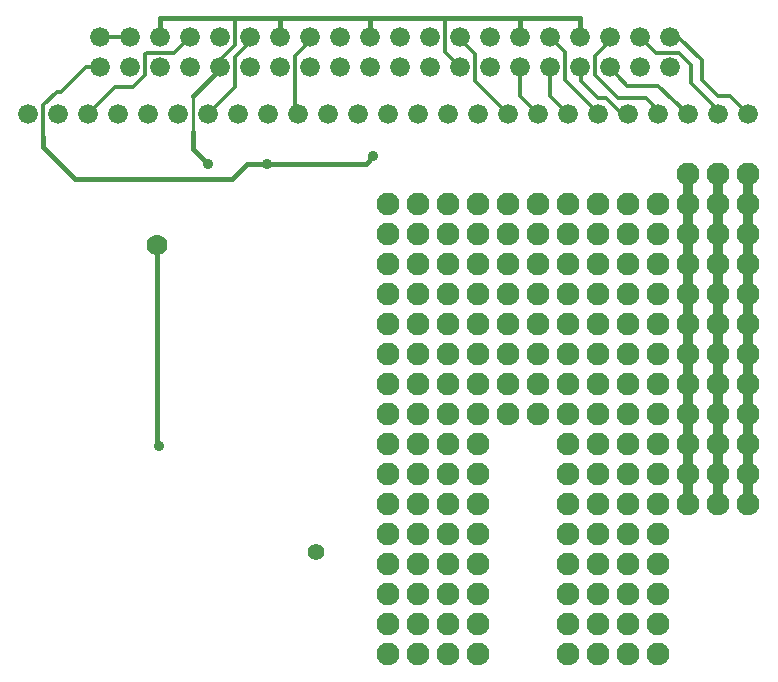
<source format=gbr>
G04 EAGLE Gerber RS-274X export*
G75*
%MOMM*%
%FSLAX34Y34*%
%LPD*%
%INBottom Copper*%
%IPPOS*%
%AMOC8*
5,1,8,0,0,1.08239X$1,22.5*%
G01*
%ADD10C,1.676400*%
%ADD11C,1.778000*%
%ADD12C,0.812800*%
%ADD13C,1.930400*%
%ADD14C,0.304800*%
%ADD15C,0.406400*%
%ADD16C,0.906400*%
%ADD17C,0.254000*%
%ADD18C,1.422400*%


D10*
X86240Y522460D03*
X86240Y547860D03*
X111640Y522460D03*
X111640Y547860D03*
X137040Y522460D03*
X137040Y547860D03*
X162440Y522460D03*
X162440Y547860D03*
X187840Y522460D03*
X187840Y547860D03*
X213240Y522460D03*
X213240Y547860D03*
X238640Y522460D03*
X238640Y547860D03*
X264040Y522460D03*
X264040Y547860D03*
X289440Y522460D03*
X289440Y547860D03*
X314840Y522460D03*
X314840Y547860D03*
X340240Y522460D03*
X340240Y547860D03*
X365640Y522460D03*
X365640Y547860D03*
X391040Y522460D03*
X391040Y547860D03*
X416440Y522460D03*
X416440Y547860D03*
X441840Y522460D03*
X441840Y547860D03*
X467240Y522460D03*
X467240Y547860D03*
X492640Y522460D03*
X492640Y547860D03*
X518040Y522460D03*
X518040Y547860D03*
X543440Y522460D03*
X543440Y547860D03*
X568840Y522460D03*
X568840Y547860D03*
X25400Y482600D03*
X50800Y482600D03*
X76200Y482600D03*
X101600Y482600D03*
X127000Y482600D03*
X152400Y482600D03*
X177800Y482600D03*
X203200Y482600D03*
X228600Y482600D03*
X254000Y482600D03*
X279400Y482600D03*
X304800Y482600D03*
X330200Y482600D03*
X355600Y482600D03*
X381000Y482600D03*
X406400Y482600D03*
X431800Y482600D03*
X457200Y482600D03*
X482600Y482600D03*
X508000Y482600D03*
X533400Y482600D03*
X558800Y482600D03*
X584200Y482600D03*
X609600Y482600D03*
X635000Y482600D03*
D11*
X134620Y372110D03*
D12*
X609600Y381000D02*
X609600Y406400D01*
X609600Y355600D02*
X609600Y330200D01*
X609600Y304800D02*
X609600Y279400D01*
X609600Y254000D01*
X609600Y228600D02*
X609600Y203200D01*
X609600Y177800D02*
X609600Y152400D01*
X609600Y177800D02*
X609600Y203200D01*
X609600Y228600D02*
X609600Y254000D01*
X609600Y304800D02*
X609600Y330200D01*
X609600Y355600D02*
X609600Y381000D01*
X609600Y406400D02*
X609600Y431800D01*
D13*
X609600Y431800D03*
X609600Y406400D03*
X609600Y381000D03*
X609600Y330200D03*
X609600Y355600D03*
X609600Y304800D03*
X609600Y279400D03*
X609600Y254000D03*
X609600Y228600D03*
X609600Y203200D03*
X609600Y177800D03*
X609600Y152400D03*
D14*
X609600Y146050D01*
X111640Y547860D02*
X86240Y547860D01*
X603250Y152400D02*
X609600Y152400D01*
X441840Y497960D02*
X441840Y522460D01*
X441840Y497960D02*
X457200Y482600D01*
X467240Y497960D02*
X467240Y522460D01*
X467240Y497960D02*
X482600Y482600D01*
X492640Y522460D02*
X493540Y522460D01*
X493540Y511030D01*
X508000Y496570D01*
X514350Y496570D01*
X525780Y485140D01*
X530860Y485140D01*
X533400Y482600D01*
X532500Y506730D02*
X518040Y522460D01*
X532500Y506730D02*
X558800Y506730D01*
X584200Y482600D01*
D12*
X584200Y177800D02*
X584200Y152400D01*
X584200Y177800D02*
X584200Y203200D01*
X584200Y228600D01*
X584200Y254000D01*
X584200Y279400D01*
X584200Y304800D01*
X584200Y330200D01*
X584200Y355600D01*
X584200Y381000D01*
X584200Y406400D01*
X584200Y431800D01*
D13*
X584200Y152400D03*
X584200Y177800D03*
X584200Y203200D03*
X584200Y228600D03*
X584200Y254000D03*
X584200Y279400D03*
X584200Y304800D03*
X584200Y330200D03*
X584200Y355600D03*
X584200Y381000D03*
X584200Y406400D03*
X584200Y431800D03*
D14*
X86240Y522460D02*
X74150Y522460D01*
X53340Y501650D01*
X49530Y501650D01*
X38100Y490220D01*
X38100Y463550D01*
D15*
X38100Y454660D01*
X64770Y427990D01*
X198120Y427990D01*
X210820Y440690D01*
X227330Y440690D01*
D16*
X227330Y440690D03*
X317500Y447040D03*
D15*
X311150Y440690D01*
X227330Y440690D01*
D12*
X635000Y406400D02*
X635000Y381000D01*
X635000Y355600D02*
X635000Y330200D01*
X635000Y304800D02*
X635000Y279400D01*
X635000Y254000D01*
X635000Y228600D02*
X635000Y203200D01*
X635000Y177800D02*
X635000Y152400D01*
X635000Y177800D02*
X635000Y203200D01*
X635000Y228600D02*
X635000Y254000D01*
X635000Y304800D02*
X635000Y330200D01*
X635000Y355600D02*
X635000Y381000D01*
X635000Y406400D02*
X635000Y431800D01*
D13*
X635000Y431800D03*
X635000Y406400D03*
X635000Y381000D03*
X635000Y330200D03*
X635000Y355600D03*
X635000Y304800D03*
X635000Y279400D03*
X635000Y254000D03*
X635000Y228600D03*
X635000Y203200D03*
X635000Y177800D03*
X635000Y152400D03*
D15*
X492640Y547860D02*
X492640Y563880D01*
X441960Y563880D01*
X441960Y547860D01*
X441840Y547860D01*
X314840Y547860D02*
X314840Y563880D01*
X378460Y563880D01*
X441960Y563880D01*
X238640Y563880D02*
X238640Y547860D01*
X238640Y563880D02*
X314840Y563880D01*
X137040Y563880D02*
X137040Y547860D01*
X137040Y563880D02*
X201930Y563880D01*
X238640Y563880D01*
D14*
X187840Y528200D02*
X187840Y522460D01*
X187840Y528200D02*
X200660Y541020D01*
X200660Y562610D01*
X201930Y563880D01*
X378460Y535040D02*
X391040Y522460D01*
X378460Y535040D02*
X378460Y563880D01*
X187840Y522460D02*
X187840Y520580D01*
D15*
X165100Y497840D01*
D17*
X165100Y467360D01*
D15*
X165100Y453390D01*
X177800Y440690D01*
D16*
X177800Y440690D03*
D14*
X99060Y505460D02*
X76200Y482600D01*
X99060Y505460D02*
X114300Y505460D01*
X124460Y515620D01*
X124460Y533400D01*
X125730Y534670D01*
X148590Y534670D01*
X161780Y547860D01*
X162440Y547860D01*
X200660Y505460D02*
X177800Y482600D01*
X200660Y505460D02*
X200660Y530860D01*
X213240Y543440D01*
X213240Y547860D01*
X391040Y547860D02*
X391040Y546220D01*
X403860Y533400D01*
X403860Y510540D01*
X431800Y482600D01*
X518040Y544710D02*
X518040Y547860D01*
X518040Y544710D02*
X505460Y532130D01*
X505460Y515620D01*
X524510Y496570D01*
X548640Y496570D01*
X558800Y486410D01*
X558800Y482600D01*
X556630Y534670D02*
X543440Y547860D01*
X556630Y534670D02*
X576580Y534670D01*
X586740Y524510D01*
X586740Y509270D01*
X609600Y486410D01*
X609600Y482600D01*
X619760Y497840D02*
X635000Y482600D01*
X619760Y497840D02*
X609600Y497840D01*
X595630Y511810D01*
X595630Y528320D01*
X576580Y547370D01*
X569330Y547370D01*
X568840Y547860D01*
X254000Y482600D02*
X251460Y485140D01*
X251460Y532130D01*
X264040Y544710D01*
X264040Y547860D01*
X467240Y547860D02*
X480060Y535040D01*
X480060Y511810D01*
X508000Y483870D01*
X508000Y482600D01*
D18*
X269240Y111760D03*
D15*
X134620Y203200D02*
X134620Y372110D01*
X134620Y203200D02*
X135890Y201930D01*
D16*
X135890Y201930D03*
D13*
X558800Y406400D03*
X558800Y381000D03*
X558800Y355600D03*
X533400Y355600D03*
X533400Y381000D03*
X533400Y406400D03*
X482600Y406400D03*
X508000Y355600D03*
X482600Y381000D03*
X482600Y355600D03*
X508000Y381000D03*
X508000Y406400D03*
X457200Y406400D03*
X457200Y381000D03*
X457200Y355600D03*
X431800Y355600D03*
X431800Y381000D03*
X431800Y406400D03*
X406400Y406400D03*
X406400Y381000D03*
X406400Y355600D03*
X381000Y355600D03*
X381000Y381000D03*
X381000Y406400D03*
X355600Y406400D03*
X355600Y355600D03*
X355600Y381000D03*
X330200Y406400D03*
X330200Y381000D03*
X330200Y355600D03*
X330200Y330200D03*
X355600Y330200D03*
X381000Y330200D03*
X406400Y330200D03*
X457200Y330200D03*
X431800Y330200D03*
X508000Y330200D03*
X533400Y330200D03*
X558800Y330200D03*
X482600Y330200D03*
X330200Y304800D03*
X330200Y279400D03*
X330200Y254000D03*
X330200Y228600D03*
X330200Y177800D03*
X330200Y203200D03*
X330200Y152400D03*
X330200Y127000D03*
X330200Y101600D03*
X330200Y76200D03*
X330200Y50800D03*
X330200Y25400D03*
X355600Y25400D03*
X355600Y50800D03*
X381000Y76200D03*
X355600Y76200D03*
X355600Y101600D03*
X355600Y127000D03*
X355600Y152400D03*
X355600Y177800D03*
X355600Y203200D03*
X355600Y228600D03*
X355600Y254000D03*
X355600Y279400D03*
X355600Y304800D03*
X381000Y304800D03*
X381000Y254000D03*
X381000Y279400D03*
X381000Y228600D03*
X381000Y203200D03*
X381000Y177800D03*
X381000Y152400D03*
X381000Y127000D03*
X381000Y101600D03*
X381000Y50800D03*
X381000Y25400D03*
X406400Y25400D03*
X406400Y50800D03*
X406400Y76200D03*
X406400Y101600D03*
X406400Y127000D03*
X406400Y152400D03*
X406400Y177800D03*
X406400Y228600D03*
X406400Y254000D03*
X406400Y279400D03*
X406400Y304800D03*
X431800Y304800D03*
X431800Y279400D03*
X431800Y254000D03*
X431800Y228600D03*
X406400Y203200D03*
X482600Y25400D03*
X482600Y76200D03*
X482600Y50800D03*
X482600Y101600D03*
X482600Y127000D03*
X482600Y152400D03*
X482600Y203200D03*
X482600Y228600D03*
X482600Y254000D03*
X482600Y279400D03*
X482600Y304800D03*
X457200Y304800D03*
X457200Y279400D03*
X457200Y254000D03*
X457200Y228600D03*
X508000Y304800D03*
X533400Y304800D03*
X558800Y304800D03*
X558800Y279400D03*
X533400Y279400D03*
X508000Y279400D03*
X508000Y254000D03*
X558800Y254000D03*
X533400Y254000D03*
X533400Y228600D03*
X508000Y228600D03*
X508000Y203200D03*
X533400Y203200D03*
X558800Y203200D03*
X558800Y228600D03*
X558800Y177800D03*
X533400Y177800D03*
X508000Y177800D03*
X482600Y177800D03*
X508000Y152400D03*
X533400Y152400D03*
X558800Y152400D03*
X558800Y127000D03*
X508000Y127000D03*
X508000Y101600D03*
X508000Y76200D03*
X508000Y50800D03*
X508000Y25400D03*
X533400Y25400D03*
X533400Y50800D03*
X533400Y76200D03*
X533400Y127000D03*
X558800Y101600D03*
X533400Y101600D03*
X558800Y76200D03*
X558800Y50800D03*
X558800Y25400D03*
M02*

</source>
